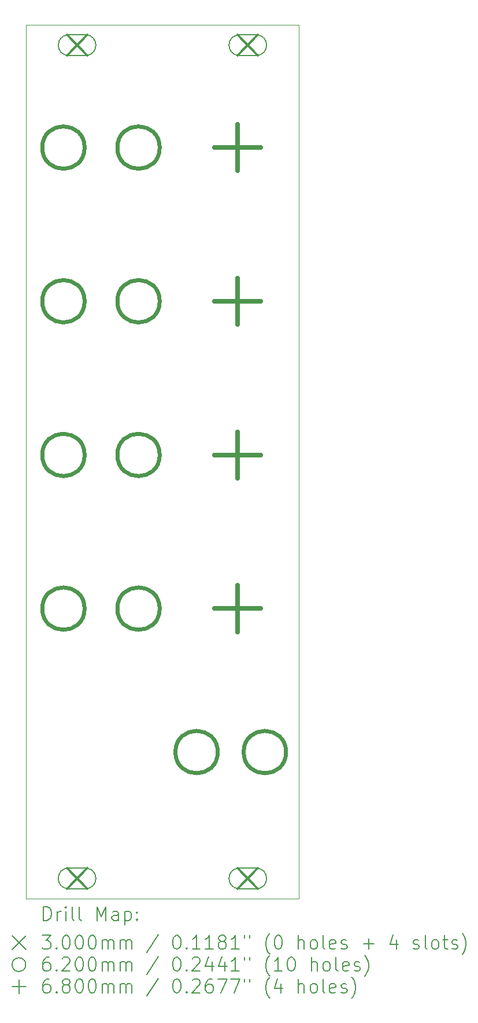
<source format=gbr>
%TF.GenerationSoftware,KiCad,Pcbnew,7.0.5.1-1-g8f565ef7f0-dirty-deb11*%
%TF.CreationDate,Date%
%TF.ProjectId,Basic-DC-mixer,42617369-632d-4444-932d-6d697865722e,rev?*%
%TF.SameCoordinates,Original*%
%TF.FileFunction,Drillmap*%
%TF.FilePolarity,Positive*%
%FSLAX45Y45*%
G04 Gerber Fmt 4.5, Leading zero omitted, Abs format (unit mm)*
G04 Created by KiCad*
%MOMM*%
%LPD*%
G01*
G04 APERTURE LIST*
%ADD10C,0.050000*%
%ADD11C,0.200000*%
%ADD12C,0.300000*%
%ADD13C,0.620000*%
%ADD14C,0.680000*%
G04 APERTURE END LIST*
D10*
X7200000Y-2200000D02*
X7200000Y-15000000D01*
X7200000Y-2200000D02*
X11200000Y-2200000D01*
X11200000Y-2200000D02*
X11200000Y-15000000D01*
X11200000Y-15000000D02*
X7200000Y-15000000D01*
D11*
D12*
X7800000Y-2350000D02*
X8100000Y-2650000D01*
X8100000Y-2350000D02*
X7800000Y-2650000D01*
D11*
X7825000Y-2650000D02*
X8075000Y-2650000D01*
X8075000Y-2650000D02*
G75*
G03*
X8075000Y-2350000I0J150000D01*
G01*
X8075000Y-2350000D02*
X7825000Y-2350000D01*
X7825000Y-2350000D02*
G75*
G03*
X7825000Y-2650000I0J-150000D01*
G01*
D12*
X7800000Y-14550000D02*
X8100000Y-14850000D01*
X8100000Y-14550000D02*
X7800000Y-14850000D01*
D11*
X7825000Y-14850000D02*
X8075000Y-14850000D01*
X8075000Y-14850000D02*
G75*
G03*
X8075000Y-14550000I0J150000D01*
G01*
X8075000Y-14550000D02*
X7825000Y-14550000D01*
X7825000Y-14550000D02*
G75*
G03*
X7825000Y-14850000I0J-150000D01*
G01*
D12*
X10300000Y-2350000D02*
X10600000Y-2650000D01*
X10600000Y-2350000D02*
X10300000Y-2650000D01*
D11*
X10325000Y-2650000D02*
X10575000Y-2650000D01*
X10575000Y-2650000D02*
G75*
G03*
X10575000Y-2350000I0J150000D01*
G01*
X10575000Y-2350000D02*
X10325000Y-2350000D01*
X10325000Y-2350000D02*
G75*
G03*
X10325000Y-2650000I0J-150000D01*
G01*
D12*
X10300000Y-14550000D02*
X10600000Y-14850000D01*
X10600000Y-14550000D02*
X10300000Y-14850000D01*
D11*
X10325000Y-14850000D02*
X10575000Y-14850000D01*
X10575000Y-14850000D02*
G75*
G03*
X10575000Y-14550000I0J150000D01*
G01*
X10575000Y-14550000D02*
X10325000Y-14550000D01*
X10325000Y-14550000D02*
G75*
G03*
X10325000Y-14850000I0J-150000D01*
G01*
D13*
X8060000Y-4000000D02*
G75*
G03*
X8060000Y-4000000I-310000J0D01*
G01*
X8060000Y-6250000D02*
G75*
G03*
X8060000Y-6250000I-310000J0D01*
G01*
X8060000Y-8500000D02*
G75*
G03*
X8060000Y-8500000I-310000J0D01*
G01*
X8060000Y-10750000D02*
G75*
G03*
X8060000Y-10750000I-310000J0D01*
G01*
X9160000Y-4000000D02*
G75*
G03*
X9160000Y-4000000I-310000J0D01*
G01*
X9160000Y-6250000D02*
G75*
G03*
X9160000Y-6250000I-310000J0D01*
G01*
X9160000Y-8500000D02*
G75*
G03*
X9160000Y-8500000I-310000J0D01*
G01*
X9160000Y-10750000D02*
G75*
G03*
X9160000Y-10750000I-310000J0D01*
G01*
X10010000Y-12850000D02*
G75*
G03*
X10010000Y-12850000I-310000J0D01*
G01*
X11010000Y-12850000D02*
G75*
G03*
X11010000Y-12850000I-310000J0D01*
G01*
D14*
X10300000Y-3660000D02*
X10300000Y-4340000D01*
X9960000Y-4000000D02*
X10640000Y-4000000D01*
X10300000Y-5910000D02*
X10300000Y-6590000D01*
X9960000Y-6250000D02*
X10640000Y-6250000D01*
X10300000Y-8160000D02*
X10300000Y-8840000D01*
X9960000Y-8500000D02*
X10640000Y-8500000D01*
X10300000Y-10410000D02*
X10300000Y-11090000D01*
X9960000Y-10750000D02*
X10640000Y-10750000D01*
D11*
X7458277Y-15313984D02*
X7458277Y-15113984D01*
X7458277Y-15113984D02*
X7505896Y-15113984D01*
X7505896Y-15113984D02*
X7534467Y-15123508D01*
X7534467Y-15123508D02*
X7553515Y-15142555D01*
X7553515Y-15142555D02*
X7563039Y-15161603D01*
X7563039Y-15161603D02*
X7572562Y-15199698D01*
X7572562Y-15199698D02*
X7572562Y-15228269D01*
X7572562Y-15228269D02*
X7563039Y-15266365D01*
X7563039Y-15266365D02*
X7553515Y-15285412D01*
X7553515Y-15285412D02*
X7534467Y-15304460D01*
X7534467Y-15304460D02*
X7505896Y-15313984D01*
X7505896Y-15313984D02*
X7458277Y-15313984D01*
X7658277Y-15313984D02*
X7658277Y-15180650D01*
X7658277Y-15218746D02*
X7667801Y-15199698D01*
X7667801Y-15199698D02*
X7677324Y-15190174D01*
X7677324Y-15190174D02*
X7696372Y-15180650D01*
X7696372Y-15180650D02*
X7715420Y-15180650D01*
X7782086Y-15313984D02*
X7782086Y-15180650D01*
X7782086Y-15113984D02*
X7772562Y-15123508D01*
X7772562Y-15123508D02*
X7782086Y-15133031D01*
X7782086Y-15133031D02*
X7791610Y-15123508D01*
X7791610Y-15123508D02*
X7782086Y-15113984D01*
X7782086Y-15113984D02*
X7782086Y-15133031D01*
X7905896Y-15313984D02*
X7886848Y-15304460D01*
X7886848Y-15304460D02*
X7877324Y-15285412D01*
X7877324Y-15285412D02*
X7877324Y-15113984D01*
X8010658Y-15313984D02*
X7991610Y-15304460D01*
X7991610Y-15304460D02*
X7982086Y-15285412D01*
X7982086Y-15285412D02*
X7982086Y-15113984D01*
X8239229Y-15313984D02*
X8239229Y-15113984D01*
X8239229Y-15113984D02*
X8305896Y-15256841D01*
X8305896Y-15256841D02*
X8372562Y-15113984D01*
X8372562Y-15113984D02*
X8372562Y-15313984D01*
X8553515Y-15313984D02*
X8553515Y-15209222D01*
X8553515Y-15209222D02*
X8543991Y-15190174D01*
X8543991Y-15190174D02*
X8524944Y-15180650D01*
X8524944Y-15180650D02*
X8486848Y-15180650D01*
X8486848Y-15180650D02*
X8467801Y-15190174D01*
X8553515Y-15304460D02*
X8534467Y-15313984D01*
X8534467Y-15313984D02*
X8486848Y-15313984D01*
X8486848Y-15313984D02*
X8467801Y-15304460D01*
X8467801Y-15304460D02*
X8458277Y-15285412D01*
X8458277Y-15285412D02*
X8458277Y-15266365D01*
X8458277Y-15266365D02*
X8467801Y-15247317D01*
X8467801Y-15247317D02*
X8486848Y-15237793D01*
X8486848Y-15237793D02*
X8534467Y-15237793D01*
X8534467Y-15237793D02*
X8553515Y-15228269D01*
X8648753Y-15180650D02*
X8648753Y-15380650D01*
X8648753Y-15190174D02*
X8667801Y-15180650D01*
X8667801Y-15180650D02*
X8705896Y-15180650D01*
X8705896Y-15180650D02*
X8724944Y-15190174D01*
X8724944Y-15190174D02*
X8734467Y-15199698D01*
X8734467Y-15199698D02*
X8743991Y-15218746D01*
X8743991Y-15218746D02*
X8743991Y-15275888D01*
X8743991Y-15275888D02*
X8734467Y-15294936D01*
X8734467Y-15294936D02*
X8724944Y-15304460D01*
X8724944Y-15304460D02*
X8705896Y-15313984D01*
X8705896Y-15313984D02*
X8667801Y-15313984D01*
X8667801Y-15313984D02*
X8648753Y-15304460D01*
X8829705Y-15294936D02*
X8839229Y-15304460D01*
X8839229Y-15304460D02*
X8829705Y-15313984D01*
X8829705Y-15313984D02*
X8820182Y-15304460D01*
X8820182Y-15304460D02*
X8829705Y-15294936D01*
X8829705Y-15294936D02*
X8829705Y-15313984D01*
X8829705Y-15190174D02*
X8839229Y-15199698D01*
X8839229Y-15199698D02*
X8829705Y-15209222D01*
X8829705Y-15209222D02*
X8820182Y-15199698D01*
X8820182Y-15199698D02*
X8829705Y-15190174D01*
X8829705Y-15190174D02*
X8829705Y-15209222D01*
X6997500Y-15542500D02*
X7197500Y-15742500D01*
X7197500Y-15542500D02*
X6997500Y-15742500D01*
X7439229Y-15533984D02*
X7563039Y-15533984D01*
X7563039Y-15533984D02*
X7496372Y-15610174D01*
X7496372Y-15610174D02*
X7524943Y-15610174D01*
X7524943Y-15610174D02*
X7543991Y-15619698D01*
X7543991Y-15619698D02*
X7553515Y-15629222D01*
X7553515Y-15629222D02*
X7563039Y-15648269D01*
X7563039Y-15648269D02*
X7563039Y-15695888D01*
X7563039Y-15695888D02*
X7553515Y-15714936D01*
X7553515Y-15714936D02*
X7543991Y-15724460D01*
X7543991Y-15724460D02*
X7524943Y-15733984D01*
X7524943Y-15733984D02*
X7467801Y-15733984D01*
X7467801Y-15733984D02*
X7448753Y-15724460D01*
X7448753Y-15724460D02*
X7439229Y-15714936D01*
X7648753Y-15714936D02*
X7658277Y-15724460D01*
X7658277Y-15724460D02*
X7648753Y-15733984D01*
X7648753Y-15733984D02*
X7639229Y-15724460D01*
X7639229Y-15724460D02*
X7648753Y-15714936D01*
X7648753Y-15714936D02*
X7648753Y-15733984D01*
X7782086Y-15533984D02*
X7801134Y-15533984D01*
X7801134Y-15533984D02*
X7820182Y-15543508D01*
X7820182Y-15543508D02*
X7829705Y-15553031D01*
X7829705Y-15553031D02*
X7839229Y-15572079D01*
X7839229Y-15572079D02*
X7848753Y-15610174D01*
X7848753Y-15610174D02*
X7848753Y-15657793D01*
X7848753Y-15657793D02*
X7839229Y-15695888D01*
X7839229Y-15695888D02*
X7829705Y-15714936D01*
X7829705Y-15714936D02*
X7820182Y-15724460D01*
X7820182Y-15724460D02*
X7801134Y-15733984D01*
X7801134Y-15733984D02*
X7782086Y-15733984D01*
X7782086Y-15733984D02*
X7763039Y-15724460D01*
X7763039Y-15724460D02*
X7753515Y-15714936D01*
X7753515Y-15714936D02*
X7743991Y-15695888D01*
X7743991Y-15695888D02*
X7734467Y-15657793D01*
X7734467Y-15657793D02*
X7734467Y-15610174D01*
X7734467Y-15610174D02*
X7743991Y-15572079D01*
X7743991Y-15572079D02*
X7753515Y-15553031D01*
X7753515Y-15553031D02*
X7763039Y-15543508D01*
X7763039Y-15543508D02*
X7782086Y-15533984D01*
X7972562Y-15533984D02*
X7991610Y-15533984D01*
X7991610Y-15533984D02*
X8010658Y-15543508D01*
X8010658Y-15543508D02*
X8020182Y-15553031D01*
X8020182Y-15553031D02*
X8029705Y-15572079D01*
X8029705Y-15572079D02*
X8039229Y-15610174D01*
X8039229Y-15610174D02*
X8039229Y-15657793D01*
X8039229Y-15657793D02*
X8029705Y-15695888D01*
X8029705Y-15695888D02*
X8020182Y-15714936D01*
X8020182Y-15714936D02*
X8010658Y-15724460D01*
X8010658Y-15724460D02*
X7991610Y-15733984D01*
X7991610Y-15733984D02*
X7972562Y-15733984D01*
X7972562Y-15733984D02*
X7953515Y-15724460D01*
X7953515Y-15724460D02*
X7943991Y-15714936D01*
X7943991Y-15714936D02*
X7934467Y-15695888D01*
X7934467Y-15695888D02*
X7924943Y-15657793D01*
X7924943Y-15657793D02*
X7924943Y-15610174D01*
X7924943Y-15610174D02*
X7934467Y-15572079D01*
X7934467Y-15572079D02*
X7943991Y-15553031D01*
X7943991Y-15553031D02*
X7953515Y-15543508D01*
X7953515Y-15543508D02*
X7972562Y-15533984D01*
X8163039Y-15533984D02*
X8182086Y-15533984D01*
X8182086Y-15533984D02*
X8201134Y-15543508D01*
X8201134Y-15543508D02*
X8210658Y-15553031D01*
X8210658Y-15553031D02*
X8220182Y-15572079D01*
X8220182Y-15572079D02*
X8229705Y-15610174D01*
X8229705Y-15610174D02*
X8229705Y-15657793D01*
X8229705Y-15657793D02*
X8220182Y-15695888D01*
X8220182Y-15695888D02*
X8210658Y-15714936D01*
X8210658Y-15714936D02*
X8201134Y-15724460D01*
X8201134Y-15724460D02*
X8182086Y-15733984D01*
X8182086Y-15733984D02*
X8163039Y-15733984D01*
X8163039Y-15733984D02*
X8143991Y-15724460D01*
X8143991Y-15724460D02*
X8134467Y-15714936D01*
X8134467Y-15714936D02*
X8124943Y-15695888D01*
X8124943Y-15695888D02*
X8115420Y-15657793D01*
X8115420Y-15657793D02*
X8115420Y-15610174D01*
X8115420Y-15610174D02*
X8124943Y-15572079D01*
X8124943Y-15572079D02*
X8134467Y-15553031D01*
X8134467Y-15553031D02*
X8143991Y-15543508D01*
X8143991Y-15543508D02*
X8163039Y-15533984D01*
X8315420Y-15733984D02*
X8315420Y-15600650D01*
X8315420Y-15619698D02*
X8324943Y-15610174D01*
X8324943Y-15610174D02*
X8343991Y-15600650D01*
X8343991Y-15600650D02*
X8372563Y-15600650D01*
X8372563Y-15600650D02*
X8391610Y-15610174D01*
X8391610Y-15610174D02*
X8401134Y-15629222D01*
X8401134Y-15629222D02*
X8401134Y-15733984D01*
X8401134Y-15629222D02*
X8410658Y-15610174D01*
X8410658Y-15610174D02*
X8429705Y-15600650D01*
X8429705Y-15600650D02*
X8458277Y-15600650D01*
X8458277Y-15600650D02*
X8477325Y-15610174D01*
X8477325Y-15610174D02*
X8486848Y-15629222D01*
X8486848Y-15629222D02*
X8486848Y-15733984D01*
X8582086Y-15733984D02*
X8582086Y-15600650D01*
X8582086Y-15619698D02*
X8591610Y-15610174D01*
X8591610Y-15610174D02*
X8610658Y-15600650D01*
X8610658Y-15600650D02*
X8639229Y-15600650D01*
X8639229Y-15600650D02*
X8658277Y-15610174D01*
X8658277Y-15610174D02*
X8667801Y-15629222D01*
X8667801Y-15629222D02*
X8667801Y-15733984D01*
X8667801Y-15629222D02*
X8677325Y-15610174D01*
X8677325Y-15610174D02*
X8696372Y-15600650D01*
X8696372Y-15600650D02*
X8724944Y-15600650D01*
X8724944Y-15600650D02*
X8743991Y-15610174D01*
X8743991Y-15610174D02*
X8753515Y-15629222D01*
X8753515Y-15629222D02*
X8753515Y-15733984D01*
X9143991Y-15524460D02*
X8972563Y-15781603D01*
X9401134Y-15533984D02*
X9420182Y-15533984D01*
X9420182Y-15533984D02*
X9439229Y-15543508D01*
X9439229Y-15543508D02*
X9448753Y-15553031D01*
X9448753Y-15553031D02*
X9458277Y-15572079D01*
X9458277Y-15572079D02*
X9467801Y-15610174D01*
X9467801Y-15610174D02*
X9467801Y-15657793D01*
X9467801Y-15657793D02*
X9458277Y-15695888D01*
X9458277Y-15695888D02*
X9448753Y-15714936D01*
X9448753Y-15714936D02*
X9439229Y-15724460D01*
X9439229Y-15724460D02*
X9420182Y-15733984D01*
X9420182Y-15733984D02*
X9401134Y-15733984D01*
X9401134Y-15733984D02*
X9382087Y-15724460D01*
X9382087Y-15724460D02*
X9372563Y-15714936D01*
X9372563Y-15714936D02*
X9363039Y-15695888D01*
X9363039Y-15695888D02*
X9353515Y-15657793D01*
X9353515Y-15657793D02*
X9353515Y-15610174D01*
X9353515Y-15610174D02*
X9363039Y-15572079D01*
X9363039Y-15572079D02*
X9372563Y-15553031D01*
X9372563Y-15553031D02*
X9382087Y-15543508D01*
X9382087Y-15543508D02*
X9401134Y-15533984D01*
X9553515Y-15714936D02*
X9563039Y-15724460D01*
X9563039Y-15724460D02*
X9553515Y-15733984D01*
X9553515Y-15733984D02*
X9543991Y-15724460D01*
X9543991Y-15724460D02*
X9553515Y-15714936D01*
X9553515Y-15714936D02*
X9553515Y-15733984D01*
X9753515Y-15733984D02*
X9639229Y-15733984D01*
X9696372Y-15733984D02*
X9696372Y-15533984D01*
X9696372Y-15533984D02*
X9677325Y-15562555D01*
X9677325Y-15562555D02*
X9658277Y-15581603D01*
X9658277Y-15581603D02*
X9639229Y-15591127D01*
X9943991Y-15733984D02*
X9829706Y-15733984D01*
X9886848Y-15733984D02*
X9886848Y-15533984D01*
X9886848Y-15533984D02*
X9867801Y-15562555D01*
X9867801Y-15562555D02*
X9848753Y-15581603D01*
X9848753Y-15581603D02*
X9829706Y-15591127D01*
X10058277Y-15619698D02*
X10039229Y-15610174D01*
X10039229Y-15610174D02*
X10029706Y-15600650D01*
X10029706Y-15600650D02*
X10020182Y-15581603D01*
X10020182Y-15581603D02*
X10020182Y-15572079D01*
X10020182Y-15572079D02*
X10029706Y-15553031D01*
X10029706Y-15553031D02*
X10039229Y-15543508D01*
X10039229Y-15543508D02*
X10058277Y-15533984D01*
X10058277Y-15533984D02*
X10096372Y-15533984D01*
X10096372Y-15533984D02*
X10115420Y-15543508D01*
X10115420Y-15543508D02*
X10124944Y-15553031D01*
X10124944Y-15553031D02*
X10134468Y-15572079D01*
X10134468Y-15572079D02*
X10134468Y-15581603D01*
X10134468Y-15581603D02*
X10124944Y-15600650D01*
X10124944Y-15600650D02*
X10115420Y-15610174D01*
X10115420Y-15610174D02*
X10096372Y-15619698D01*
X10096372Y-15619698D02*
X10058277Y-15619698D01*
X10058277Y-15619698D02*
X10039229Y-15629222D01*
X10039229Y-15629222D02*
X10029706Y-15638746D01*
X10029706Y-15638746D02*
X10020182Y-15657793D01*
X10020182Y-15657793D02*
X10020182Y-15695888D01*
X10020182Y-15695888D02*
X10029706Y-15714936D01*
X10029706Y-15714936D02*
X10039229Y-15724460D01*
X10039229Y-15724460D02*
X10058277Y-15733984D01*
X10058277Y-15733984D02*
X10096372Y-15733984D01*
X10096372Y-15733984D02*
X10115420Y-15724460D01*
X10115420Y-15724460D02*
X10124944Y-15714936D01*
X10124944Y-15714936D02*
X10134468Y-15695888D01*
X10134468Y-15695888D02*
X10134468Y-15657793D01*
X10134468Y-15657793D02*
X10124944Y-15638746D01*
X10124944Y-15638746D02*
X10115420Y-15629222D01*
X10115420Y-15629222D02*
X10096372Y-15619698D01*
X10324944Y-15733984D02*
X10210658Y-15733984D01*
X10267801Y-15733984D02*
X10267801Y-15533984D01*
X10267801Y-15533984D02*
X10248753Y-15562555D01*
X10248753Y-15562555D02*
X10229706Y-15581603D01*
X10229706Y-15581603D02*
X10210658Y-15591127D01*
X10401134Y-15533984D02*
X10401134Y-15572079D01*
X10477325Y-15533984D02*
X10477325Y-15572079D01*
X10772563Y-15810174D02*
X10763039Y-15800650D01*
X10763039Y-15800650D02*
X10743991Y-15772079D01*
X10743991Y-15772079D02*
X10734468Y-15753031D01*
X10734468Y-15753031D02*
X10724944Y-15724460D01*
X10724944Y-15724460D02*
X10715420Y-15676841D01*
X10715420Y-15676841D02*
X10715420Y-15638746D01*
X10715420Y-15638746D02*
X10724944Y-15591127D01*
X10724944Y-15591127D02*
X10734468Y-15562555D01*
X10734468Y-15562555D02*
X10743991Y-15543508D01*
X10743991Y-15543508D02*
X10763039Y-15514936D01*
X10763039Y-15514936D02*
X10772563Y-15505412D01*
X10886849Y-15533984D02*
X10905896Y-15533984D01*
X10905896Y-15533984D02*
X10924944Y-15543508D01*
X10924944Y-15543508D02*
X10934468Y-15553031D01*
X10934468Y-15553031D02*
X10943991Y-15572079D01*
X10943991Y-15572079D02*
X10953515Y-15610174D01*
X10953515Y-15610174D02*
X10953515Y-15657793D01*
X10953515Y-15657793D02*
X10943991Y-15695888D01*
X10943991Y-15695888D02*
X10934468Y-15714936D01*
X10934468Y-15714936D02*
X10924944Y-15724460D01*
X10924944Y-15724460D02*
X10905896Y-15733984D01*
X10905896Y-15733984D02*
X10886849Y-15733984D01*
X10886849Y-15733984D02*
X10867801Y-15724460D01*
X10867801Y-15724460D02*
X10858277Y-15714936D01*
X10858277Y-15714936D02*
X10848753Y-15695888D01*
X10848753Y-15695888D02*
X10839230Y-15657793D01*
X10839230Y-15657793D02*
X10839230Y-15610174D01*
X10839230Y-15610174D02*
X10848753Y-15572079D01*
X10848753Y-15572079D02*
X10858277Y-15553031D01*
X10858277Y-15553031D02*
X10867801Y-15543508D01*
X10867801Y-15543508D02*
X10886849Y-15533984D01*
X11191610Y-15733984D02*
X11191610Y-15533984D01*
X11277325Y-15733984D02*
X11277325Y-15629222D01*
X11277325Y-15629222D02*
X11267801Y-15610174D01*
X11267801Y-15610174D02*
X11248753Y-15600650D01*
X11248753Y-15600650D02*
X11220182Y-15600650D01*
X11220182Y-15600650D02*
X11201134Y-15610174D01*
X11201134Y-15610174D02*
X11191610Y-15619698D01*
X11401134Y-15733984D02*
X11382087Y-15724460D01*
X11382087Y-15724460D02*
X11372563Y-15714936D01*
X11372563Y-15714936D02*
X11363039Y-15695888D01*
X11363039Y-15695888D02*
X11363039Y-15638746D01*
X11363039Y-15638746D02*
X11372563Y-15619698D01*
X11372563Y-15619698D02*
X11382087Y-15610174D01*
X11382087Y-15610174D02*
X11401134Y-15600650D01*
X11401134Y-15600650D02*
X11429706Y-15600650D01*
X11429706Y-15600650D02*
X11448753Y-15610174D01*
X11448753Y-15610174D02*
X11458277Y-15619698D01*
X11458277Y-15619698D02*
X11467801Y-15638746D01*
X11467801Y-15638746D02*
X11467801Y-15695888D01*
X11467801Y-15695888D02*
X11458277Y-15714936D01*
X11458277Y-15714936D02*
X11448753Y-15724460D01*
X11448753Y-15724460D02*
X11429706Y-15733984D01*
X11429706Y-15733984D02*
X11401134Y-15733984D01*
X11582087Y-15733984D02*
X11563039Y-15724460D01*
X11563039Y-15724460D02*
X11553515Y-15705412D01*
X11553515Y-15705412D02*
X11553515Y-15533984D01*
X11734468Y-15724460D02*
X11715420Y-15733984D01*
X11715420Y-15733984D02*
X11677325Y-15733984D01*
X11677325Y-15733984D02*
X11658277Y-15724460D01*
X11658277Y-15724460D02*
X11648753Y-15705412D01*
X11648753Y-15705412D02*
X11648753Y-15629222D01*
X11648753Y-15629222D02*
X11658277Y-15610174D01*
X11658277Y-15610174D02*
X11677325Y-15600650D01*
X11677325Y-15600650D02*
X11715420Y-15600650D01*
X11715420Y-15600650D02*
X11734468Y-15610174D01*
X11734468Y-15610174D02*
X11743991Y-15629222D01*
X11743991Y-15629222D02*
X11743991Y-15648269D01*
X11743991Y-15648269D02*
X11648753Y-15667317D01*
X11820182Y-15724460D02*
X11839230Y-15733984D01*
X11839230Y-15733984D02*
X11877325Y-15733984D01*
X11877325Y-15733984D02*
X11896372Y-15724460D01*
X11896372Y-15724460D02*
X11905896Y-15705412D01*
X11905896Y-15705412D02*
X11905896Y-15695888D01*
X11905896Y-15695888D02*
X11896372Y-15676841D01*
X11896372Y-15676841D02*
X11877325Y-15667317D01*
X11877325Y-15667317D02*
X11848753Y-15667317D01*
X11848753Y-15667317D02*
X11829706Y-15657793D01*
X11829706Y-15657793D02*
X11820182Y-15638746D01*
X11820182Y-15638746D02*
X11820182Y-15629222D01*
X11820182Y-15629222D02*
X11829706Y-15610174D01*
X11829706Y-15610174D02*
X11848753Y-15600650D01*
X11848753Y-15600650D02*
X11877325Y-15600650D01*
X11877325Y-15600650D02*
X11896372Y-15610174D01*
X12143992Y-15657793D02*
X12296373Y-15657793D01*
X12220182Y-15733984D02*
X12220182Y-15581603D01*
X12629706Y-15600650D02*
X12629706Y-15733984D01*
X12582087Y-15524460D02*
X12534468Y-15667317D01*
X12534468Y-15667317D02*
X12658277Y-15667317D01*
X12877325Y-15724460D02*
X12896373Y-15733984D01*
X12896373Y-15733984D02*
X12934468Y-15733984D01*
X12934468Y-15733984D02*
X12953515Y-15724460D01*
X12953515Y-15724460D02*
X12963039Y-15705412D01*
X12963039Y-15705412D02*
X12963039Y-15695888D01*
X12963039Y-15695888D02*
X12953515Y-15676841D01*
X12953515Y-15676841D02*
X12934468Y-15667317D01*
X12934468Y-15667317D02*
X12905896Y-15667317D01*
X12905896Y-15667317D02*
X12886849Y-15657793D01*
X12886849Y-15657793D02*
X12877325Y-15638746D01*
X12877325Y-15638746D02*
X12877325Y-15629222D01*
X12877325Y-15629222D02*
X12886849Y-15610174D01*
X12886849Y-15610174D02*
X12905896Y-15600650D01*
X12905896Y-15600650D02*
X12934468Y-15600650D01*
X12934468Y-15600650D02*
X12953515Y-15610174D01*
X13077325Y-15733984D02*
X13058277Y-15724460D01*
X13058277Y-15724460D02*
X13048754Y-15705412D01*
X13048754Y-15705412D02*
X13048754Y-15533984D01*
X13182087Y-15733984D02*
X13163039Y-15724460D01*
X13163039Y-15724460D02*
X13153515Y-15714936D01*
X13153515Y-15714936D02*
X13143992Y-15695888D01*
X13143992Y-15695888D02*
X13143992Y-15638746D01*
X13143992Y-15638746D02*
X13153515Y-15619698D01*
X13153515Y-15619698D02*
X13163039Y-15610174D01*
X13163039Y-15610174D02*
X13182087Y-15600650D01*
X13182087Y-15600650D02*
X13210658Y-15600650D01*
X13210658Y-15600650D02*
X13229706Y-15610174D01*
X13229706Y-15610174D02*
X13239230Y-15619698D01*
X13239230Y-15619698D02*
X13248754Y-15638746D01*
X13248754Y-15638746D02*
X13248754Y-15695888D01*
X13248754Y-15695888D02*
X13239230Y-15714936D01*
X13239230Y-15714936D02*
X13229706Y-15724460D01*
X13229706Y-15724460D02*
X13210658Y-15733984D01*
X13210658Y-15733984D02*
X13182087Y-15733984D01*
X13305896Y-15600650D02*
X13382087Y-15600650D01*
X13334468Y-15533984D02*
X13334468Y-15705412D01*
X13334468Y-15705412D02*
X13343992Y-15724460D01*
X13343992Y-15724460D02*
X13363039Y-15733984D01*
X13363039Y-15733984D02*
X13382087Y-15733984D01*
X13439230Y-15724460D02*
X13458277Y-15733984D01*
X13458277Y-15733984D02*
X13496373Y-15733984D01*
X13496373Y-15733984D02*
X13515420Y-15724460D01*
X13515420Y-15724460D02*
X13524944Y-15705412D01*
X13524944Y-15705412D02*
X13524944Y-15695888D01*
X13524944Y-15695888D02*
X13515420Y-15676841D01*
X13515420Y-15676841D02*
X13496373Y-15667317D01*
X13496373Y-15667317D02*
X13467801Y-15667317D01*
X13467801Y-15667317D02*
X13448754Y-15657793D01*
X13448754Y-15657793D02*
X13439230Y-15638746D01*
X13439230Y-15638746D02*
X13439230Y-15629222D01*
X13439230Y-15629222D02*
X13448754Y-15610174D01*
X13448754Y-15610174D02*
X13467801Y-15600650D01*
X13467801Y-15600650D02*
X13496373Y-15600650D01*
X13496373Y-15600650D02*
X13515420Y-15610174D01*
X13591611Y-15810174D02*
X13601135Y-15800650D01*
X13601135Y-15800650D02*
X13620182Y-15772079D01*
X13620182Y-15772079D02*
X13629706Y-15753031D01*
X13629706Y-15753031D02*
X13639230Y-15724460D01*
X13639230Y-15724460D02*
X13648754Y-15676841D01*
X13648754Y-15676841D02*
X13648754Y-15638746D01*
X13648754Y-15638746D02*
X13639230Y-15591127D01*
X13639230Y-15591127D02*
X13629706Y-15562555D01*
X13629706Y-15562555D02*
X13620182Y-15543508D01*
X13620182Y-15543508D02*
X13601135Y-15514936D01*
X13601135Y-15514936D02*
X13591611Y-15505412D01*
X7197500Y-15962500D02*
G75*
G03*
X7197500Y-15962500I-100000J0D01*
G01*
X7543991Y-15853984D02*
X7505896Y-15853984D01*
X7505896Y-15853984D02*
X7486848Y-15863508D01*
X7486848Y-15863508D02*
X7477324Y-15873031D01*
X7477324Y-15873031D02*
X7458277Y-15901603D01*
X7458277Y-15901603D02*
X7448753Y-15939698D01*
X7448753Y-15939698D02*
X7448753Y-16015888D01*
X7448753Y-16015888D02*
X7458277Y-16034936D01*
X7458277Y-16034936D02*
X7467801Y-16044460D01*
X7467801Y-16044460D02*
X7486848Y-16053984D01*
X7486848Y-16053984D02*
X7524943Y-16053984D01*
X7524943Y-16053984D02*
X7543991Y-16044460D01*
X7543991Y-16044460D02*
X7553515Y-16034936D01*
X7553515Y-16034936D02*
X7563039Y-16015888D01*
X7563039Y-16015888D02*
X7563039Y-15968269D01*
X7563039Y-15968269D02*
X7553515Y-15949222D01*
X7553515Y-15949222D02*
X7543991Y-15939698D01*
X7543991Y-15939698D02*
X7524943Y-15930174D01*
X7524943Y-15930174D02*
X7486848Y-15930174D01*
X7486848Y-15930174D02*
X7467801Y-15939698D01*
X7467801Y-15939698D02*
X7458277Y-15949222D01*
X7458277Y-15949222D02*
X7448753Y-15968269D01*
X7648753Y-16034936D02*
X7658277Y-16044460D01*
X7658277Y-16044460D02*
X7648753Y-16053984D01*
X7648753Y-16053984D02*
X7639229Y-16044460D01*
X7639229Y-16044460D02*
X7648753Y-16034936D01*
X7648753Y-16034936D02*
X7648753Y-16053984D01*
X7734467Y-15873031D02*
X7743991Y-15863508D01*
X7743991Y-15863508D02*
X7763039Y-15853984D01*
X7763039Y-15853984D02*
X7810658Y-15853984D01*
X7810658Y-15853984D02*
X7829705Y-15863508D01*
X7829705Y-15863508D02*
X7839229Y-15873031D01*
X7839229Y-15873031D02*
X7848753Y-15892079D01*
X7848753Y-15892079D02*
X7848753Y-15911127D01*
X7848753Y-15911127D02*
X7839229Y-15939698D01*
X7839229Y-15939698D02*
X7724943Y-16053984D01*
X7724943Y-16053984D02*
X7848753Y-16053984D01*
X7972562Y-15853984D02*
X7991610Y-15853984D01*
X7991610Y-15853984D02*
X8010658Y-15863508D01*
X8010658Y-15863508D02*
X8020182Y-15873031D01*
X8020182Y-15873031D02*
X8029705Y-15892079D01*
X8029705Y-15892079D02*
X8039229Y-15930174D01*
X8039229Y-15930174D02*
X8039229Y-15977793D01*
X8039229Y-15977793D02*
X8029705Y-16015888D01*
X8029705Y-16015888D02*
X8020182Y-16034936D01*
X8020182Y-16034936D02*
X8010658Y-16044460D01*
X8010658Y-16044460D02*
X7991610Y-16053984D01*
X7991610Y-16053984D02*
X7972562Y-16053984D01*
X7972562Y-16053984D02*
X7953515Y-16044460D01*
X7953515Y-16044460D02*
X7943991Y-16034936D01*
X7943991Y-16034936D02*
X7934467Y-16015888D01*
X7934467Y-16015888D02*
X7924943Y-15977793D01*
X7924943Y-15977793D02*
X7924943Y-15930174D01*
X7924943Y-15930174D02*
X7934467Y-15892079D01*
X7934467Y-15892079D02*
X7943991Y-15873031D01*
X7943991Y-15873031D02*
X7953515Y-15863508D01*
X7953515Y-15863508D02*
X7972562Y-15853984D01*
X8163039Y-15853984D02*
X8182086Y-15853984D01*
X8182086Y-15853984D02*
X8201134Y-15863508D01*
X8201134Y-15863508D02*
X8210658Y-15873031D01*
X8210658Y-15873031D02*
X8220182Y-15892079D01*
X8220182Y-15892079D02*
X8229705Y-15930174D01*
X8229705Y-15930174D02*
X8229705Y-15977793D01*
X8229705Y-15977793D02*
X8220182Y-16015888D01*
X8220182Y-16015888D02*
X8210658Y-16034936D01*
X8210658Y-16034936D02*
X8201134Y-16044460D01*
X8201134Y-16044460D02*
X8182086Y-16053984D01*
X8182086Y-16053984D02*
X8163039Y-16053984D01*
X8163039Y-16053984D02*
X8143991Y-16044460D01*
X8143991Y-16044460D02*
X8134467Y-16034936D01*
X8134467Y-16034936D02*
X8124943Y-16015888D01*
X8124943Y-16015888D02*
X8115420Y-15977793D01*
X8115420Y-15977793D02*
X8115420Y-15930174D01*
X8115420Y-15930174D02*
X8124943Y-15892079D01*
X8124943Y-15892079D02*
X8134467Y-15873031D01*
X8134467Y-15873031D02*
X8143991Y-15863508D01*
X8143991Y-15863508D02*
X8163039Y-15853984D01*
X8315420Y-16053984D02*
X8315420Y-15920650D01*
X8315420Y-15939698D02*
X8324943Y-15930174D01*
X8324943Y-15930174D02*
X8343991Y-15920650D01*
X8343991Y-15920650D02*
X8372563Y-15920650D01*
X8372563Y-15920650D02*
X8391610Y-15930174D01*
X8391610Y-15930174D02*
X8401134Y-15949222D01*
X8401134Y-15949222D02*
X8401134Y-16053984D01*
X8401134Y-15949222D02*
X8410658Y-15930174D01*
X8410658Y-15930174D02*
X8429705Y-15920650D01*
X8429705Y-15920650D02*
X8458277Y-15920650D01*
X8458277Y-15920650D02*
X8477325Y-15930174D01*
X8477325Y-15930174D02*
X8486848Y-15949222D01*
X8486848Y-15949222D02*
X8486848Y-16053984D01*
X8582086Y-16053984D02*
X8582086Y-15920650D01*
X8582086Y-15939698D02*
X8591610Y-15930174D01*
X8591610Y-15930174D02*
X8610658Y-15920650D01*
X8610658Y-15920650D02*
X8639229Y-15920650D01*
X8639229Y-15920650D02*
X8658277Y-15930174D01*
X8658277Y-15930174D02*
X8667801Y-15949222D01*
X8667801Y-15949222D02*
X8667801Y-16053984D01*
X8667801Y-15949222D02*
X8677325Y-15930174D01*
X8677325Y-15930174D02*
X8696372Y-15920650D01*
X8696372Y-15920650D02*
X8724944Y-15920650D01*
X8724944Y-15920650D02*
X8743991Y-15930174D01*
X8743991Y-15930174D02*
X8753515Y-15949222D01*
X8753515Y-15949222D02*
X8753515Y-16053984D01*
X9143991Y-15844460D02*
X8972563Y-16101603D01*
X9401134Y-15853984D02*
X9420182Y-15853984D01*
X9420182Y-15853984D02*
X9439229Y-15863508D01*
X9439229Y-15863508D02*
X9448753Y-15873031D01*
X9448753Y-15873031D02*
X9458277Y-15892079D01*
X9458277Y-15892079D02*
X9467801Y-15930174D01*
X9467801Y-15930174D02*
X9467801Y-15977793D01*
X9467801Y-15977793D02*
X9458277Y-16015888D01*
X9458277Y-16015888D02*
X9448753Y-16034936D01*
X9448753Y-16034936D02*
X9439229Y-16044460D01*
X9439229Y-16044460D02*
X9420182Y-16053984D01*
X9420182Y-16053984D02*
X9401134Y-16053984D01*
X9401134Y-16053984D02*
X9382087Y-16044460D01*
X9382087Y-16044460D02*
X9372563Y-16034936D01*
X9372563Y-16034936D02*
X9363039Y-16015888D01*
X9363039Y-16015888D02*
X9353515Y-15977793D01*
X9353515Y-15977793D02*
X9353515Y-15930174D01*
X9353515Y-15930174D02*
X9363039Y-15892079D01*
X9363039Y-15892079D02*
X9372563Y-15873031D01*
X9372563Y-15873031D02*
X9382087Y-15863508D01*
X9382087Y-15863508D02*
X9401134Y-15853984D01*
X9553515Y-16034936D02*
X9563039Y-16044460D01*
X9563039Y-16044460D02*
X9553515Y-16053984D01*
X9553515Y-16053984D02*
X9543991Y-16044460D01*
X9543991Y-16044460D02*
X9553515Y-16034936D01*
X9553515Y-16034936D02*
X9553515Y-16053984D01*
X9639229Y-15873031D02*
X9648753Y-15863508D01*
X9648753Y-15863508D02*
X9667801Y-15853984D01*
X9667801Y-15853984D02*
X9715420Y-15853984D01*
X9715420Y-15853984D02*
X9734468Y-15863508D01*
X9734468Y-15863508D02*
X9743991Y-15873031D01*
X9743991Y-15873031D02*
X9753515Y-15892079D01*
X9753515Y-15892079D02*
X9753515Y-15911127D01*
X9753515Y-15911127D02*
X9743991Y-15939698D01*
X9743991Y-15939698D02*
X9629706Y-16053984D01*
X9629706Y-16053984D02*
X9753515Y-16053984D01*
X9924944Y-15920650D02*
X9924944Y-16053984D01*
X9877325Y-15844460D02*
X9829706Y-15987317D01*
X9829706Y-15987317D02*
X9953515Y-15987317D01*
X10115420Y-15920650D02*
X10115420Y-16053984D01*
X10067801Y-15844460D02*
X10020182Y-15987317D01*
X10020182Y-15987317D02*
X10143991Y-15987317D01*
X10324944Y-16053984D02*
X10210658Y-16053984D01*
X10267801Y-16053984D02*
X10267801Y-15853984D01*
X10267801Y-15853984D02*
X10248753Y-15882555D01*
X10248753Y-15882555D02*
X10229706Y-15901603D01*
X10229706Y-15901603D02*
X10210658Y-15911127D01*
X10401134Y-15853984D02*
X10401134Y-15892079D01*
X10477325Y-15853984D02*
X10477325Y-15892079D01*
X10772563Y-16130174D02*
X10763039Y-16120650D01*
X10763039Y-16120650D02*
X10743991Y-16092079D01*
X10743991Y-16092079D02*
X10734468Y-16073031D01*
X10734468Y-16073031D02*
X10724944Y-16044460D01*
X10724944Y-16044460D02*
X10715420Y-15996841D01*
X10715420Y-15996841D02*
X10715420Y-15958746D01*
X10715420Y-15958746D02*
X10724944Y-15911127D01*
X10724944Y-15911127D02*
X10734468Y-15882555D01*
X10734468Y-15882555D02*
X10743991Y-15863508D01*
X10743991Y-15863508D02*
X10763039Y-15834936D01*
X10763039Y-15834936D02*
X10772563Y-15825412D01*
X10953515Y-16053984D02*
X10839230Y-16053984D01*
X10896372Y-16053984D02*
X10896372Y-15853984D01*
X10896372Y-15853984D02*
X10877325Y-15882555D01*
X10877325Y-15882555D02*
X10858277Y-15901603D01*
X10858277Y-15901603D02*
X10839230Y-15911127D01*
X11077325Y-15853984D02*
X11096372Y-15853984D01*
X11096372Y-15853984D02*
X11115420Y-15863508D01*
X11115420Y-15863508D02*
X11124944Y-15873031D01*
X11124944Y-15873031D02*
X11134468Y-15892079D01*
X11134468Y-15892079D02*
X11143991Y-15930174D01*
X11143991Y-15930174D02*
X11143991Y-15977793D01*
X11143991Y-15977793D02*
X11134468Y-16015888D01*
X11134468Y-16015888D02*
X11124944Y-16034936D01*
X11124944Y-16034936D02*
X11115420Y-16044460D01*
X11115420Y-16044460D02*
X11096372Y-16053984D01*
X11096372Y-16053984D02*
X11077325Y-16053984D01*
X11077325Y-16053984D02*
X11058277Y-16044460D01*
X11058277Y-16044460D02*
X11048753Y-16034936D01*
X11048753Y-16034936D02*
X11039230Y-16015888D01*
X11039230Y-16015888D02*
X11029706Y-15977793D01*
X11029706Y-15977793D02*
X11029706Y-15930174D01*
X11029706Y-15930174D02*
X11039230Y-15892079D01*
X11039230Y-15892079D02*
X11048753Y-15873031D01*
X11048753Y-15873031D02*
X11058277Y-15863508D01*
X11058277Y-15863508D02*
X11077325Y-15853984D01*
X11382087Y-16053984D02*
X11382087Y-15853984D01*
X11467801Y-16053984D02*
X11467801Y-15949222D01*
X11467801Y-15949222D02*
X11458277Y-15930174D01*
X11458277Y-15930174D02*
X11439230Y-15920650D01*
X11439230Y-15920650D02*
X11410658Y-15920650D01*
X11410658Y-15920650D02*
X11391610Y-15930174D01*
X11391610Y-15930174D02*
X11382087Y-15939698D01*
X11591610Y-16053984D02*
X11572563Y-16044460D01*
X11572563Y-16044460D02*
X11563039Y-16034936D01*
X11563039Y-16034936D02*
X11553515Y-16015888D01*
X11553515Y-16015888D02*
X11553515Y-15958746D01*
X11553515Y-15958746D02*
X11563039Y-15939698D01*
X11563039Y-15939698D02*
X11572563Y-15930174D01*
X11572563Y-15930174D02*
X11591610Y-15920650D01*
X11591610Y-15920650D02*
X11620182Y-15920650D01*
X11620182Y-15920650D02*
X11639230Y-15930174D01*
X11639230Y-15930174D02*
X11648753Y-15939698D01*
X11648753Y-15939698D02*
X11658277Y-15958746D01*
X11658277Y-15958746D02*
X11658277Y-16015888D01*
X11658277Y-16015888D02*
X11648753Y-16034936D01*
X11648753Y-16034936D02*
X11639230Y-16044460D01*
X11639230Y-16044460D02*
X11620182Y-16053984D01*
X11620182Y-16053984D02*
X11591610Y-16053984D01*
X11772563Y-16053984D02*
X11753515Y-16044460D01*
X11753515Y-16044460D02*
X11743991Y-16025412D01*
X11743991Y-16025412D02*
X11743991Y-15853984D01*
X11924944Y-16044460D02*
X11905896Y-16053984D01*
X11905896Y-16053984D02*
X11867801Y-16053984D01*
X11867801Y-16053984D02*
X11848753Y-16044460D01*
X11848753Y-16044460D02*
X11839230Y-16025412D01*
X11839230Y-16025412D02*
X11839230Y-15949222D01*
X11839230Y-15949222D02*
X11848753Y-15930174D01*
X11848753Y-15930174D02*
X11867801Y-15920650D01*
X11867801Y-15920650D02*
X11905896Y-15920650D01*
X11905896Y-15920650D02*
X11924944Y-15930174D01*
X11924944Y-15930174D02*
X11934468Y-15949222D01*
X11934468Y-15949222D02*
X11934468Y-15968269D01*
X11934468Y-15968269D02*
X11839230Y-15987317D01*
X12010658Y-16044460D02*
X12029706Y-16053984D01*
X12029706Y-16053984D02*
X12067801Y-16053984D01*
X12067801Y-16053984D02*
X12086849Y-16044460D01*
X12086849Y-16044460D02*
X12096372Y-16025412D01*
X12096372Y-16025412D02*
X12096372Y-16015888D01*
X12096372Y-16015888D02*
X12086849Y-15996841D01*
X12086849Y-15996841D02*
X12067801Y-15987317D01*
X12067801Y-15987317D02*
X12039230Y-15987317D01*
X12039230Y-15987317D02*
X12020182Y-15977793D01*
X12020182Y-15977793D02*
X12010658Y-15958746D01*
X12010658Y-15958746D02*
X12010658Y-15949222D01*
X12010658Y-15949222D02*
X12020182Y-15930174D01*
X12020182Y-15930174D02*
X12039230Y-15920650D01*
X12039230Y-15920650D02*
X12067801Y-15920650D01*
X12067801Y-15920650D02*
X12086849Y-15930174D01*
X12163039Y-16130174D02*
X12172563Y-16120650D01*
X12172563Y-16120650D02*
X12191611Y-16092079D01*
X12191611Y-16092079D02*
X12201134Y-16073031D01*
X12201134Y-16073031D02*
X12210658Y-16044460D01*
X12210658Y-16044460D02*
X12220182Y-15996841D01*
X12220182Y-15996841D02*
X12220182Y-15958746D01*
X12220182Y-15958746D02*
X12210658Y-15911127D01*
X12210658Y-15911127D02*
X12201134Y-15882555D01*
X12201134Y-15882555D02*
X12191611Y-15863508D01*
X12191611Y-15863508D02*
X12172563Y-15834936D01*
X12172563Y-15834936D02*
X12163039Y-15825412D01*
X7097500Y-16182500D02*
X7097500Y-16382500D01*
X6997500Y-16282500D02*
X7197500Y-16282500D01*
X7543991Y-16173984D02*
X7505896Y-16173984D01*
X7505896Y-16173984D02*
X7486848Y-16183508D01*
X7486848Y-16183508D02*
X7477324Y-16193031D01*
X7477324Y-16193031D02*
X7458277Y-16221603D01*
X7458277Y-16221603D02*
X7448753Y-16259698D01*
X7448753Y-16259698D02*
X7448753Y-16335888D01*
X7448753Y-16335888D02*
X7458277Y-16354936D01*
X7458277Y-16354936D02*
X7467801Y-16364460D01*
X7467801Y-16364460D02*
X7486848Y-16373984D01*
X7486848Y-16373984D02*
X7524943Y-16373984D01*
X7524943Y-16373984D02*
X7543991Y-16364460D01*
X7543991Y-16364460D02*
X7553515Y-16354936D01*
X7553515Y-16354936D02*
X7563039Y-16335888D01*
X7563039Y-16335888D02*
X7563039Y-16288269D01*
X7563039Y-16288269D02*
X7553515Y-16269222D01*
X7553515Y-16269222D02*
X7543991Y-16259698D01*
X7543991Y-16259698D02*
X7524943Y-16250174D01*
X7524943Y-16250174D02*
X7486848Y-16250174D01*
X7486848Y-16250174D02*
X7467801Y-16259698D01*
X7467801Y-16259698D02*
X7458277Y-16269222D01*
X7458277Y-16269222D02*
X7448753Y-16288269D01*
X7648753Y-16354936D02*
X7658277Y-16364460D01*
X7658277Y-16364460D02*
X7648753Y-16373984D01*
X7648753Y-16373984D02*
X7639229Y-16364460D01*
X7639229Y-16364460D02*
X7648753Y-16354936D01*
X7648753Y-16354936D02*
X7648753Y-16373984D01*
X7772562Y-16259698D02*
X7753515Y-16250174D01*
X7753515Y-16250174D02*
X7743991Y-16240650D01*
X7743991Y-16240650D02*
X7734467Y-16221603D01*
X7734467Y-16221603D02*
X7734467Y-16212079D01*
X7734467Y-16212079D02*
X7743991Y-16193031D01*
X7743991Y-16193031D02*
X7753515Y-16183508D01*
X7753515Y-16183508D02*
X7772562Y-16173984D01*
X7772562Y-16173984D02*
X7810658Y-16173984D01*
X7810658Y-16173984D02*
X7829705Y-16183508D01*
X7829705Y-16183508D02*
X7839229Y-16193031D01*
X7839229Y-16193031D02*
X7848753Y-16212079D01*
X7848753Y-16212079D02*
X7848753Y-16221603D01*
X7848753Y-16221603D02*
X7839229Y-16240650D01*
X7839229Y-16240650D02*
X7829705Y-16250174D01*
X7829705Y-16250174D02*
X7810658Y-16259698D01*
X7810658Y-16259698D02*
X7772562Y-16259698D01*
X7772562Y-16259698D02*
X7753515Y-16269222D01*
X7753515Y-16269222D02*
X7743991Y-16278746D01*
X7743991Y-16278746D02*
X7734467Y-16297793D01*
X7734467Y-16297793D02*
X7734467Y-16335888D01*
X7734467Y-16335888D02*
X7743991Y-16354936D01*
X7743991Y-16354936D02*
X7753515Y-16364460D01*
X7753515Y-16364460D02*
X7772562Y-16373984D01*
X7772562Y-16373984D02*
X7810658Y-16373984D01*
X7810658Y-16373984D02*
X7829705Y-16364460D01*
X7829705Y-16364460D02*
X7839229Y-16354936D01*
X7839229Y-16354936D02*
X7848753Y-16335888D01*
X7848753Y-16335888D02*
X7848753Y-16297793D01*
X7848753Y-16297793D02*
X7839229Y-16278746D01*
X7839229Y-16278746D02*
X7829705Y-16269222D01*
X7829705Y-16269222D02*
X7810658Y-16259698D01*
X7972562Y-16173984D02*
X7991610Y-16173984D01*
X7991610Y-16173984D02*
X8010658Y-16183508D01*
X8010658Y-16183508D02*
X8020182Y-16193031D01*
X8020182Y-16193031D02*
X8029705Y-16212079D01*
X8029705Y-16212079D02*
X8039229Y-16250174D01*
X8039229Y-16250174D02*
X8039229Y-16297793D01*
X8039229Y-16297793D02*
X8029705Y-16335888D01*
X8029705Y-16335888D02*
X8020182Y-16354936D01*
X8020182Y-16354936D02*
X8010658Y-16364460D01*
X8010658Y-16364460D02*
X7991610Y-16373984D01*
X7991610Y-16373984D02*
X7972562Y-16373984D01*
X7972562Y-16373984D02*
X7953515Y-16364460D01*
X7953515Y-16364460D02*
X7943991Y-16354936D01*
X7943991Y-16354936D02*
X7934467Y-16335888D01*
X7934467Y-16335888D02*
X7924943Y-16297793D01*
X7924943Y-16297793D02*
X7924943Y-16250174D01*
X7924943Y-16250174D02*
X7934467Y-16212079D01*
X7934467Y-16212079D02*
X7943991Y-16193031D01*
X7943991Y-16193031D02*
X7953515Y-16183508D01*
X7953515Y-16183508D02*
X7972562Y-16173984D01*
X8163039Y-16173984D02*
X8182086Y-16173984D01*
X8182086Y-16173984D02*
X8201134Y-16183508D01*
X8201134Y-16183508D02*
X8210658Y-16193031D01*
X8210658Y-16193031D02*
X8220182Y-16212079D01*
X8220182Y-16212079D02*
X8229705Y-16250174D01*
X8229705Y-16250174D02*
X8229705Y-16297793D01*
X8229705Y-16297793D02*
X8220182Y-16335888D01*
X8220182Y-16335888D02*
X8210658Y-16354936D01*
X8210658Y-16354936D02*
X8201134Y-16364460D01*
X8201134Y-16364460D02*
X8182086Y-16373984D01*
X8182086Y-16373984D02*
X8163039Y-16373984D01*
X8163039Y-16373984D02*
X8143991Y-16364460D01*
X8143991Y-16364460D02*
X8134467Y-16354936D01*
X8134467Y-16354936D02*
X8124943Y-16335888D01*
X8124943Y-16335888D02*
X8115420Y-16297793D01*
X8115420Y-16297793D02*
X8115420Y-16250174D01*
X8115420Y-16250174D02*
X8124943Y-16212079D01*
X8124943Y-16212079D02*
X8134467Y-16193031D01*
X8134467Y-16193031D02*
X8143991Y-16183508D01*
X8143991Y-16183508D02*
X8163039Y-16173984D01*
X8315420Y-16373984D02*
X8315420Y-16240650D01*
X8315420Y-16259698D02*
X8324943Y-16250174D01*
X8324943Y-16250174D02*
X8343991Y-16240650D01*
X8343991Y-16240650D02*
X8372563Y-16240650D01*
X8372563Y-16240650D02*
X8391610Y-16250174D01*
X8391610Y-16250174D02*
X8401134Y-16269222D01*
X8401134Y-16269222D02*
X8401134Y-16373984D01*
X8401134Y-16269222D02*
X8410658Y-16250174D01*
X8410658Y-16250174D02*
X8429705Y-16240650D01*
X8429705Y-16240650D02*
X8458277Y-16240650D01*
X8458277Y-16240650D02*
X8477325Y-16250174D01*
X8477325Y-16250174D02*
X8486848Y-16269222D01*
X8486848Y-16269222D02*
X8486848Y-16373984D01*
X8582086Y-16373984D02*
X8582086Y-16240650D01*
X8582086Y-16259698D02*
X8591610Y-16250174D01*
X8591610Y-16250174D02*
X8610658Y-16240650D01*
X8610658Y-16240650D02*
X8639229Y-16240650D01*
X8639229Y-16240650D02*
X8658277Y-16250174D01*
X8658277Y-16250174D02*
X8667801Y-16269222D01*
X8667801Y-16269222D02*
X8667801Y-16373984D01*
X8667801Y-16269222D02*
X8677325Y-16250174D01*
X8677325Y-16250174D02*
X8696372Y-16240650D01*
X8696372Y-16240650D02*
X8724944Y-16240650D01*
X8724944Y-16240650D02*
X8743991Y-16250174D01*
X8743991Y-16250174D02*
X8753515Y-16269222D01*
X8753515Y-16269222D02*
X8753515Y-16373984D01*
X9143991Y-16164460D02*
X8972563Y-16421603D01*
X9401134Y-16173984D02*
X9420182Y-16173984D01*
X9420182Y-16173984D02*
X9439229Y-16183508D01*
X9439229Y-16183508D02*
X9448753Y-16193031D01*
X9448753Y-16193031D02*
X9458277Y-16212079D01*
X9458277Y-16212079D02*
X9467801Y-16250174D01*
X9467801Y-16250174D02*
X9467801Y-16297793D01*
X9467801Y-16297793D02*
X9458277Y-16335888D01*
X9458277Y-16335888D02*
X9448753Y-16354936D01*
X9448753Y-16354936D02*
X9439229Y-16364460D01*
X9439229Y-16364460D02*
X9420182Y-16373984D01*
X9420182Y-16373984D02*
X9401134Y-16373984D01*
X9401134Y-16373984D02*
X9382087Y-16364460D01*
X9382087Y-16364460D02*
X9372563Y-16354936D01*
X9372563Y-16354936D02*
X9363039Y-16335888D01*
X9363039Y-16335888D02*
X9353515Y-16297793D01*
X9353515Y-16297793D02*
X9353515Y-16250174D01*
X9353515Y-16250174D02*
X9363039Y-16212079D01*
X9363039Y-16212079D02*
X9372563Y-16193031D01*
X9372563Y-16193031D02*
X9382087Y-16183508D01*
X9382087Y-16183508D02*
X9401134Y-16173984D01*
X9553515Y-16354936D02*
X9563039Y-16364460D01*
X9563039Y-16364460D02*
X9553515Y-16373984D01*
X9553515Y-16373984D02*
X9543991Y-16364460D01*
X9543991Y-16364460D02*
X9553515Y-16354936D01*
X9553515Y-16354936D02*
X9553515Y-16373984D01*
X9639229Y-16193031D02*
X9648753Y-16183508D01*
X9648753Y-16183508D02*
X9667801Y-16173984D01*
X9667801Y-16173984D02*
X9715420Y-16173984D01*
X9715420Y-16173984D02*
X9734468Y-16183508D01*
X9734468Y-16183508D02*
X9743991Y-16193031D01*
X9743991Y-16193031D02*
X9753515Y-16212079D01*
X9753515Y-16212079D02*
X9753515Y-16231127D01*
X9753515Y-16231127D02*
X9743991Y-16259698D01*
X9743991Y-16259698D02*
X9629706Y-16373984D01*
X9629706Y-16373984D02*
X9753515Y-16373984D01*
X9924944Y-16173984D02*
X9886848Y-16173984D01*
X9886848Y-16173984D02*
X9867801Y-16183508D01*
X9867801Y-16183508D02*
X9858277Y-16193031D01*
X9858277Y-16193031D02*
X9839229Y-16221603D01*
X9839229Y-16221603D02*
X9829706Y-16259698D01*
X9829706Y-16259698D02*
X9829706Y-16335888D01*
X9829706Y-16335888D02*
X9839229Y-16354936D01*
X9839229Y-16354936D02*
X9848753Y-16364460D01*
X9848753Y-16364460D02*
X9867801Y-16373984D01*
X9867801Y-16373984D02*
X9905896Y-16373984D01*
X9905896Y-16373984D02*
X9924944Y-16364460D01*
X9924944Y-16364460D02*
X9934468Y-16354936D01*
X9934468Y-16354936D02*
X9943991Y-16335888D01*
X9943991Y-16335888D02*
X9943991Y-16288269D01*
X9943991Y-16288269D02*
X9934468Y-16269222D01*
X9934468Y-16269222D02*
X9924944Y-16259698D01*
X9924944Y-16259698D02*
X9905896Y-16250174D01*
X9905896Y-16250174D02*
X9867801Y-16250174D01*
X9867801Y-16250174D02*
X9848753Y-16259698D01*
X9848753Y-16259698D02*
X9839229Y-16269222D01*
X9839229Y-16269222D02*
X9829706Y-16288269D01*
X10010658Y-16173984D02*
X10143991Y-16173984D01*
X10143991Y-16173984D02*
X10058277Y-16373984D01*
X10201134Y-16173984D02*
X10334468Y-16173984D01*
X10334468Y-16173984D02*
X10248753Y-16373984D01*
X10401134Y-16173984D02*
X10401134Y-16212079D01*
X10477325Y-16173984D02*
X10477325Y-16212079D01*
X10772563Y-16450174D02*
X10763039Y-16440650D01*
X10763039Y-16440650D02*
X10743991Y-16412079D01*
X10743991Y-16412079D02*
X10734468Y-16393031D01*
X10734468Y-16393031D02*
X10724944Y-16364460D01*
X10724944Y-16364460D02*
X10715420Y-16316841D01*
X10715420Y-16316841D02*
X10715420Y-16278746D01*
X10715420Y-16278746D02*
X10724944Y-16231127D01*
X10724944Y-16231127D02*
X10734468Y-16202555D01*
X10734468Y-16202555D02*
X10743991Y-16183508D01*
X10743991Y-16183508D02*
X10763039Y-16154936D01*
X10763039Y-16154936D02*
X10772563Y-16145412D01*
X10934468Y-16240650D02*
X10934468Y-16373984D01*
X10886849Y-16164460D02*
X10839230Y-16307317D01*
X10839230Y-16307317D02*
X10963039Y-16307317D01*
X11191610Y-16373984D02*
X11191610Y-16173984D01*
X11277325Y-16373984D02*
X11277325Y-16269222D01*
X11277325Y-16269222D02*
X11267801Y-16250174D01*
X11267801Y-16250174D02*
X11248753Y-16240650D01*
X11248753Y-16240650D02*
X11220182Y-16240650D01*
X11220182Y-16240650D02*
X11201134Y-16250174D01*
X11201134Y-16250174D02*
X11191610Y-16259698D01*
X11401134Y-16373984D02*
X11382087Y-16364460D01*
X11382087Y-16364460D02*
X11372563Y-16354936D01*
X11372563Y-16354936D02*
X11363039Y-16335888D01*
X11363039Y-16335888D02*
X11363039Y-16278746D01*
X11363039Y-16278746D02*
X11372563Y-16259698D01*
X11372563Y-16259698D02*
X11382087Y-16250174D01*
X11382087Y-16250174D02*
X11401134Y-16240650D01*
X11401134Y-16240650D02*
X11429706Y-16240650D01*
X11429706Y-16240650D02*
X11448753Y-16250174D01*
X11448753Y-16250174D02*
X11458277Y-16259698D01*
X11458277Y-16259698D02*
X11467801Y-16278746D01*
X11467801Y-16278746D02*
X11467801Y-16335888D01*
X11467801Y-16335888D02*
X11458277Y-16354936D01*
X11458277Y-16354936D02*
X11448753Y-16364460D01*
X11448753Y-16364460D02*
X11429706Y-16373984D01*
X11429706Y-16373984D02*
X11401134Y-16373984D01*
X11582087Y-16373984D02*
X11563039Y-16364460D01*
X11563039Y-16364460D02*
X11553515Y-16345412D01*
X11553515Y-16345412D02*
X11553515Y-16173984D01*
X11734468Y-16364460D02*
X11715420Y-16373984D01*
X11715420Y-16373984D02*
X11677325Y-16373984D01*
X11677325Y-16373984D02*
X11658277Y-16364460D01*
X11658277Y-16364460D02*
X11648753Y-16345412D01*
X11648753Y-16345412D02*
X11648753Y-16269222D01*
X11648753Y-16269222D02*
X11658277Y-16250174D01*
X11658277Y-16250174D02*
X11677325Y-16240650D01*
X11677325Y-16240650D02*
X11715420Y-16240650D01*
X11715420Y-16240650D02*
X11734468Y-16250174D01*
X11734468Y-16250174D02*
X11743991Y-16269222D01*
X11743991Y-16269222D02*
X11743991Y-16288269D01*
X11743991Y-16288269D02*
X11648753Y-16307317D01*
X11820182Y-16364460D02*
X11839230Y-16373984D01*
X11839230Y-16373984D02*
X11877325Y-16373984D01*
X11877325Y-16373984D02*
X11896372Y-16364460D01*
X11896372Y-16364460D02*
X11905896Y-16345412D01*
X11905896Y-16345412D02*
X11905896Y-16335888D01*
X11905896Y-16335888D02*
X11896372Y-16316841D01*
X11896372Y-16316841D02*
X11877325Y-16307317D01*
X11877325Y-16307317D02*
X11848753Y-16307317D01*
X11848753Y-16307317D02*
X11829706Y-16297793D01*
X11829706Y-16297793D02*
X11820182Y-16278746D01*
X11820182Y-16278746D02*
X11820182Y-16269222D01*
X11820182Y-16269222D02*
X11829706Y-16250174D01*
X11829706Y-16250174D02*
X11848753Y-16240650D01*
X11848753Y-16240650D02*
X11877325Y-16240650D01*
X11877325Y-16240650D02*
X11896372Y-16250174D01*
X11972563Y-16450174D02*
X11982087Y-16440650D01*
X11982087Y-16440650D02*
X12001134Y-16412079D01*
X12001134Y-16412079D02*
X12010658Y-16393031D01*
X12010658Y-16393031D02*
X12020182Y-16364460D01*
X12020182Y-16364460D02*
X12029706Y-16316841D01*
X12029706Y-16316841D02*
X12029706Y-16278746D01*
X12029706Y-16278746D02*
X12020182Y-16231127D01*
X12020182Y-16231127D02*
X12010658Y-16202555D01*
X12010658Y-16202555D02*
X12001134Y-16183508D01*
X12001134Y-16183508D02*
X11982087Y-16154936D01*
X11982087Y-16154936D02*
X11972563Y-16145412D01*
M02*

</source>
